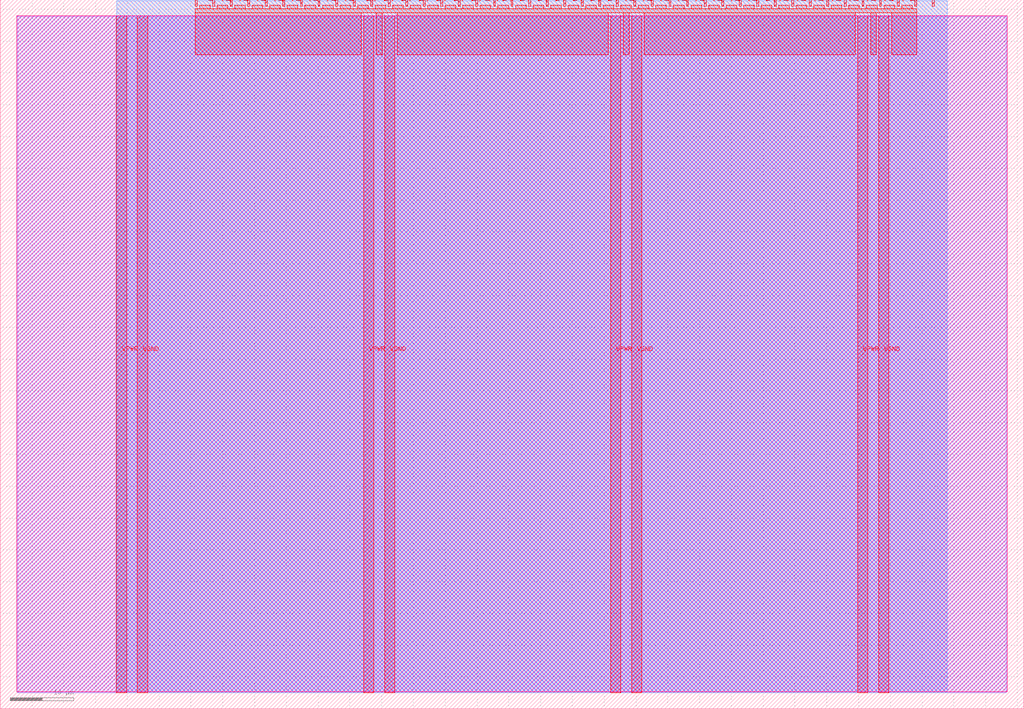
<source format=lef>
VERSION 5.7 ;
  NOWIREEXTENSIONATPIN ON ;
  DIVIDERCHAR "/" ;
  BUSBITCHARS "[]" ;
MACRO tt_um_project
  CLASS BLOCK ;
  FOREIGN tt_um_project ;
  ORIGIN 0.000 0.000 ;
  SIZE 161.000 BY 111.520 ;
  PIN VGND
    DIRECTION INOUT ;
    USE GROUND ;
    PORT
      LAYER met4 ;
        RECT 21.580 2.480 23.180 109.040 ;
    END
    PORT
      LAYER met4 ;
        RECT 60.450 2.480 62.050 109.040 ;
    END
    PORT
      LAYER met4 ;
        RECT 99.320 2.480 100.920 109.040 ;
    END
    PORT
      LAYER met4 ;
        RECT 138.190 2.480 139.790 109.040 ;
    END
  END VGND
  PIN VPWR
    DIRECTION INOUT ;
    USE POWER ;
    PORT
      LAYER met4 ;
        RECT 18.280 2.480 19.880 109.040 ;
    END
    PORT
      LAYER met4 ;
        RECT 57.150 2.480 58.750 109.040 ;
    END
    PORT
      LAYER met4 ;
        RECT 96.020 2.480 97.620 109.040 ;
    END
    PORT
      LAYER met4 ;
        RECT 134.890 2.480 136.490 109.040 ;
    END
  END VPWR
  PIN clk
    DIRECTION INPUT ;
    USE SIGNAL ;
    ANTENNAGATEAREA 0.852000 ;
    PORT
      LAYER met4 ;
        RECT 143.830 110.520 144.130 111.520 ;
    END
  END clk
  PIN ena
    DIRECTION INPUT ;
    USE SIGNAL ;
    PORT
      LAYER met4 ;
        RECT 146.590 110.520 146.890 111.520 ;
    END
  END ena
  PIN rst_n
    DIRECTION INPUT ;
    USE SIGNAL ;
    ANTENNAGATEAREA 0.126000 ;
    PORT
      LAYER met4 ;
        RECT 141.070 110.520 141.370 111.520 ;
    END
  END rst_n
  PIN ui_in[0]
    DIRECTION INPUT ;
    USE SIGNAL ;
    ANTENNAGATEAREA 0.196500 ;
    PORT
      LAYER met4 ;
        RECT 138.310 110.520 138.610 111.520 ;
    END
  END ui_in[0]
  PIN ui_in[1]
    DIRECTION INPUT ;
    USE SIGNAL ;
    ANTENNAGATEAREA 0.196500 ;
    PORT
      LAYER met4 ;
        RECT 135.550 110.520 135.850 111.520 ;
    END
  END ui_in[1]
  PIN ui_in[2]
    DIRECTION INPUT ;
    USE SIGNAL ;
    ANTENNAGATEAREA 0.196500 ;
    PORT
      LAYER met4 ;
        RECT 132.790 110.520 133.090 111.520 ;
    END
  END ui_in[2]
  PIN ui_in[3]
    DIRECTION INPUT ;
    USE SIGNAL ;
    ANTENNAGATEAREA 0.196500 ;
    PORT
      LAYER met4 ;
        RECT 130.030 110.520 130.330 111.520 ;
    END
  END ui_in[3]
  PIN ui_in[4]
    DIRECTION INPUT ;
    USE SIGNAL ;
    ANTENNAGATEAREA 0.196500 ;
    PORT
      LAYER met4 ;
        RECT 127.270 110.520 127.570 111.520 ;
    END
  END ui_in[4]
  PIN ui_in[5]
    DIRECTION INPUT ;
    USE SIGNAL ;
    ANTENNAGATEAREA 0.196500 ;
    PORT
      LAYER met4 ;
        RECT 124.510 110.520 124.810 111.520 ;
    END
  END ui_in[5]
  PIN ui_in[6]
    DIRECTION INPUT ;
    USE SIGNAL ;
    ANTENNAGATEAREA 0.196500 ;
    PORT
      LAYER met4 ;
        RECT 121.750 110.520 122.050 111.520 ;
    END
  END ui_in[6]
  PIN ui_in[7]
    DIRECTION INPUT ;
    USE SIGNAL ;
    ANTENNAGATEAREA 0.196500 ;
    PORT
      LAYER met4 ;
        RECT 118.990 110.520 119.290 111.520 ;
    END
  END ui_in[7]
  PIN uio_in[0]
    DIRECTION INPUT ;
    USE SIGNAL ;
    ANTENNAGATEAREA 0.159000 ;
    PORT
      LAYER met4 ;
        RECT 116.230 110.520 116.530 111.520 ;
    END
  END uio_in[0]
  PIN uio_in[1]
    DIRECTION INPUT ;
    USE SIGNAL ;
    PORT
      LAYER met4 ;
        RECT 113.470 110.520 113.770 111.520 ;
    END
  END uio_in[1]
  PIN uio_in[2]
    DIRECTION INPUT ;
    USE SIGNAL ;
    PORT
      LAYER met4 ;
        RECT 110.710 110.520 111.010 111.520 ;
    END
  END uio_in[2]
  PIN uio_in[3]
    DIRECTION INPUT ;
    USE SIGNAL ;
    PORT
      LAYER met4 ;
        RECT 107.950 110.520 108.250 111.520 ;
    END
  END uio_in[3]
  PIN uio_in[4]
    DIRECTION INPUT ;
    USE SIGNAL ;
    PORT
      LAYER met4 ;
        RECT 105.190 110.520 105.490 111.520 ;
    END
  END uio_in[4]
  PIN uio_in[5]
    DIRECTION INPUT ;
    USE SIGNAL ;
    PORT
      LAYER met4 ;
        RECT 102.430 110.520 102.730 111.520 ;
    END
  END uio_in[5]
  PIN uio_in[6]
    DIRECTION INPUT ;
    USE SIGNAL ;
    PORT
      LAYER met4 ;
        RECT 99.670 110.520 99.970 111.520 ;
    END
  END uio_in[6]
  PIN uio_in[7]
    DIRECTION INPUT ;
    USE SIGNAL ;
    PORT
      LAYER met4 ;
        RECT 96.910 110.520 97.210 111.520 ;
    END
  END uio_in[7]
  PIN uio_oe[0]
    DIRECTION OUTPUT ;
    USE SIGNAL ;
    PORT
      LAYER met4 ;
        RECT 49.990 110.520 50.290 111.520 ;
    END
  END uio_oe[0]
  PIN uio_oe[1]
    DIRECTION OUTPUT ;
    USE SIGNAL ;
    PORT
      LAYER met4 ;
        RECT 47.230 110.520 47.530 111.520 ;
    END
  END uio_oe[1]
  PIN uio_oe[2]
    DIRECTION OUTPUT ;
    USE SIGNAL ;
    PORT
      LAYER met4 ;
        RECT 44.470 110.520 44.770 111.520 ;
    END
  END uio_oe[2]
  PIN uio_oe[3]
    DIRECTION OUTPUT ;
    USE SIGNAL ;
    PORT
      LAYER met4 ;
        RECT 41.710 110.520 42.010 111.520 ;
    END
  END uio_oe[3]
  PIN uio_oe[4]
    DIRECTION OUTPUT ;
    USE SIGNAL ;
    PORT
      LAYER met4 ;
        RECT 38.950 110.520 39.250 111.520 ;
    END
  END uio_oe[4]
  PIN uio_oe[5]
    DIRECTION OUTPUT ;
    USE SIGNAL ;
    PORT
      LAYER met4 ;
        RECT 36.190 110.520 36.490 111.520 ;
    END
  END uio_oe[5]
  PIN uio_oe[6]
    DIRECTION OUTPUT ;
    USE SIGNAL ;
    PORT
      LAYER met4 ;
        RECT 33.430 110.520 33.730 111.520 ;
    END
  END uio_oe[6]
  PIN uio_oe[7]
    DIRECTION OUTPUT ;
    USE SIGNAL ;
    PORT
      LAYER met4 ;
        RECT 30.670 110.520 30.970 111.520 ;
    END
  END uio_oe[7]
  PIN uio_out[0]
    DIRECTION OUTPUT ;
    USE SIGNAL ;
    PORT
      LAYER met4 ;
        RECT 72.070 110.520 72.370 111.520 ;
    END
  END uio_out[0]
  PIN uio_out[1]
    DIRECTION OUTPUT ;
    USE SIGNAL ;
    PORT
      LAYER met4 ;
        RECT 69.310 110.520 69.610 111.520 ;
    END
  END uio_out[1]
  PIN uio_out[2]
    DIRECTION OUTPUT ;
    USE SIGNAL ;
    PORT
      LAYER met4 ;
        RECT 66.550 110.520 66.850 111.520 ;
    END
  END uio_out[2]
  PIN uio_out[3]
    DIRECTION OUTPUT ;
    USE SIGNAL ;
    PORT
      LAYER met4 ;
        RECT 63.790 110.520 64.090 111.520 ;
    END
  END uio_out[3]
  PIN uio_out[4]
    DIRECTION OUTPUT ;
    USE SIGNAL ;
    PORT
      LAYER met4 ;
        RECT 61.030 110.520 61.330 111.520 ;
    END
  END uio_out[4]
  PIN uio_out[5]
    DIRECTION OUTPUT ;
    USE SIGNAL ;
    PORT
      LAYER met4 ;
        RECT 58.270 110.520 58.570 111.520 ;
    END
  END uio_out[5]
  PIN uio_out[6]
    DIRECTION OUTPUT ;
    USE SIGNAL ;
    PORT
      LAYER met4 ;
        RECT 55.510 110.520 55.810 111.520 ;
    END
  END uio_out[6]
  PIN uio_out[7]
    DIRECTION OUTPUT ;
    USE SIGNAL ;
    PORT
      LAYER met4 ;
        RECT 52.750 110.520 53.050 111.520 ;
    END
  END uio_out[7]
  PIN uo_out[0]
    DIRECTION OUTPUT ;
    USE SIGNAL ;
    ANTENNAGATEAREA 0.126000 ;
    ANTENNADIFFAREA 0.891000 ;
    PORT
      LAYER met4 ;
        RECT 94.150 110.520 94.450 111.520 ;
    END
  END uo_out[0]
  PIN uo_out[1]
    DIRECTION OUTPUT ;
    USE SIGNAL ;
    ANTENNAGATEAREA 0.126000 ;
    ANTENNADIFFAREA 0.891000 ;
    PORT
      LAYER met4 ;
        RECT 91.390 110.520 91.690 111.520 ;
    END
  END uo_out[1]
  PIN uo_out[2]
    DIRECTION OUTPUT ;
    USE SIGNAL ;
    ANTENNAGATEAREA 0.126000 ;
    ANTENNADIFFAREA 0.445500 ;
    PORT
      LAYER met4 ;
        RECT 88.630 110.520 88.930 111.520 ;
    END
  END uo_out[2]
  PIN uo_out[3]
    DIRECTION OUTPUT ;
    USE SIGNAL ;
    ANTENNAGATEAREA 0.126000 ;
    ANTENNADIFFAREA 0.445500 ;
    PORT
      LAYER met4 ;
        RECT 85.870 110.520 86.170 111.520 ;
    END
  END uo_out[3]
  PIN uo_out[4]
    DIRECTION OUTPUT ;
    USE SIGNAL ;
    ANTENNAGATEAREA 0.126000 ;
    ANTENNADIFFAREA 0.445500 ;
    PORT
      LAYER met4 ;
        RECT 83.110 110.520 83.410 111.520 ;
    END
  END uo_out[4]
  PIN uo_out[5]
    DIRECTION OUTPUT ;
    USE SIGNAL ;
    ANTENNAGATEAREA 0.126000 ;
    ANTENNADIFFAREA 0.445500 ;
    PORT
      LAYER met4 ;
        RECT 80.350 110.520 80.650 111.520 ;
    END
  END uo_out[5]
  PIN uo_out[6]
    DIRECTION OUTPUT ;
    USE SIGNAL ;
    ANTENNAGATEAREA 0.126000 ;
    ANTENNADIFFAREA 0.445500 ;
    PORT
      LAYER met4 ;
        RECT 77.590 110.520 77.890 111.520 ;
    END
  END uo_out[6]
  PIN uo_out[7]
    DIRECTION OUTPUT ;
    USE SIGNAL ;
    ANTENNADIFFAREA 0.445500 ;
    PORT
      LAYER met4 ;
        RECT 74.830 110.520 75.130 111.520 ;
    END
  END uo_out[7]
  OBS
      LAYER nwell ;
        RECT 2.570 2.635 158.430 108.990 ;
      LAYER li1 ;
        RECT 2.760 2.635 158.240 108.885 ;
      LAYER met1 ;
        RECT 2.760 2.480 158.240 109.040 ;
      LAYER met2 ;
        RECT 18.310 2.535 148.950 111.365 ;
      LAYER met3 ;
        RECT 18.290 2.555 148.975 111.345 ;
      LAYER met4 ;
        RECT 31.370 110.120 33.030 110.665 ;
        RECT 34.130 110.120 35.790 110.665 ;
        RECT 36.890 110.120 38.550 110.665 ;
        RECT 39.650 110.120 41.310 110.665 ;
        RECT 42.410 110.120 44.070 110.665 ;
        RECT 45.170 110.120 46.830 110.665 ;
        RECT 47.930 110.120 49.590 110.665 ;
        RECT 50.690 110.120 52.350 110.665 ;
        RECT 53.450 110.120 55.110 110.665 ;
        RECT 56.210 110.120 57.870 110.665 ;
        RECT 58.970 110.120 60.630 110.665 ;
        RECT 61.730 110.120 63.390 110.665 ;
        RECT 64.490 110.120 66.150 110.665 ;
        RECT 67.250 110.120 68.910 110.665 ;
        RECT 70.010 110.120 71.670 110.665 ;
        RECT 72.770 110.120 74.430 110.665 ;
        RECT 75.530 110.120 77.190 110.665 ;
        RECT 78.290 110.120 79.950 110.665 ;
        RECT 81.050 110.120 82.710 110.665 ;
        RECT 83.810 110.120 85.470 110.665 ;
        RECT 86.570 110.120 88.230 110.665 ;
        RECT 89.330 110.120 90.990 110.665 ;
        RECT 92.090 110.120 93.750 110.665 ;
        RECT 94.850 110.120 96.510 110.665 ;
        RECT 97.610 110.120 99.270 110.665 ;
        RECT 100.370 110.120 102.030 110.665 ;
        RECT 103.130 110.120 104.790 110.665 ;
        RECT 105.890 110.120 107.550 110.665 ;
        RECT 108.650 110.120 110.310 110.665 ;
        RECT 111.410 110.120 113.070 110.665 ;
        RECT 114.170 110.120 115.830 110.665 ;
        RECT 116.930 110.120 118.590 110.665 ;
        RECT 119.690 110.120 121.350 110.665 ;
        RECT 122.450 110.120 124.110 110.665 ;
        RECT 125.210 110.120 126.870 110.665 ;
        RECT 127.970 110.120 129.630 110.665 ;
        RECT 130.730 110.120 132.390 110.665 ;
        RECT 133.490 110.120 135.150 110.665 ;
        RECT 136.250 110.120 137.910 110.665 ;
        RECT 139.010 110.120 140.670 110.665 ;
        RECT 141.770 110.120 143.430 110.665 ;
        RECT 30.655 109.440 144.145 110.120 ;
        RECT 30.655 102.855 56.750 109.440 ;
        RECT 59.150 102.855 60.050 109.440 ;
        RECT 62.450 102.855 95.620 109.440 ;
        RECT 98.020 102.855 98.920 109.440 ;
        RECT 101.320 102.855 134.490 109.440 ;
        RECT 136.890 102.855 137.790 109.440 ;
        RECT 140.190 102.855 144.145 109.440 ;
  END
END tt_um_project
END LIBRARY


</source>
